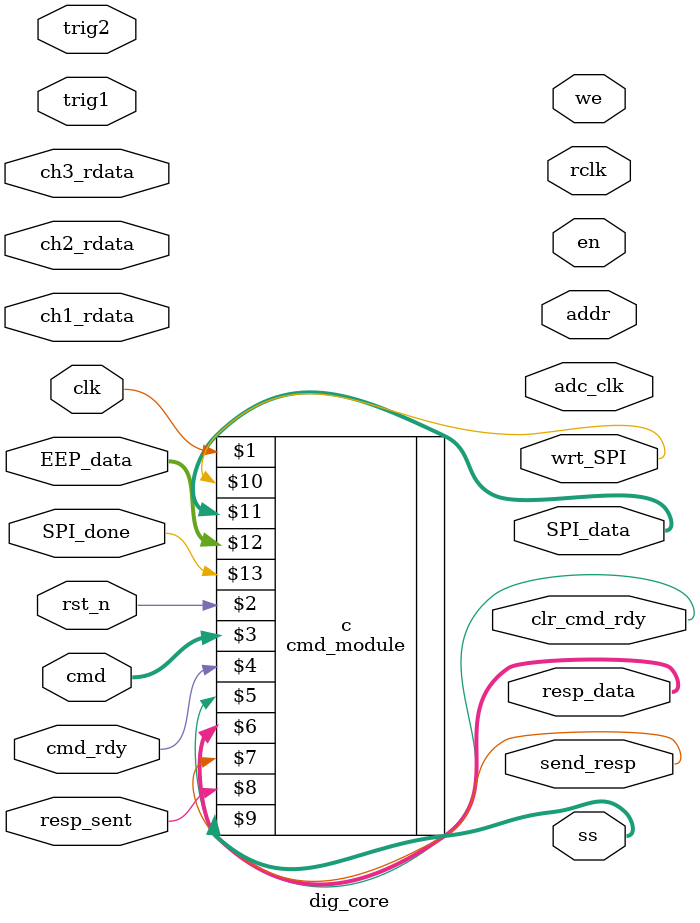
<source format=v>
module dig_core(clk,rst_n,adc_clk,trig1,trig2,SPI_data,wrt_SPI,SPI_done,ss,EEP_data,
                rclk,en,we,addr,ch1_rdata,ch2_rdata,ch3_rdata,cmd,cmd_rdy,clr_cmd_rdy,
				resp_data,send_resp,resp_sent);
				
  input clk,rst_n;								// clock and active low reset
  output adc_clk,rclk;							// 20MHz clocks to ADC and RAM
  input trig1,trig2;							// trigger inputs from AFE
  output [15:0] SPI_data;						// typically a config command to digital pots or EEPROM
  output wrt_SPI;								// control signal asserted for 1 clock to initiate SPI transaction
  output [2:0] ss;								// determines which Slave gets selected 000=>trig, 001-011=>chX_ss, 100=>EEP
  input SPI_done;								// asserted by SPI peripheral when finished transaction
  input [7:0] EEP_data;							// Formed from MISO from EEPROM.  only lower 8-bits needed from SPI periph
  output en,we;									// RAM block control signals (common to all 3 RAM blocks)
  output [8:0] addr;							// Address output to RAM blocks (common to all 3 RAM blocks)
  input [7:0] ch1_rdata,ch2_rdata,ch3_rdata;	// data inputs from RAM blocks
  input [23:0] cmd;								// 24-bit command from HOST
  input cmd_rdy;								// tell core command from HOST is valid
  output clr_cmd_rdy;
  output [7:0] resp_data;						// response byte to HOST
  output send_resp;								// control signal to UART comm block that initiates a response
  input resp_sent;								// input from UART comm block that indicates response finished sending
  
  //////////////////////////////////////////////////////////////////////////
  // Interconnects between modules...declare any wire types you need here//
  ////////////////////////////////////////////////////////////////////////

 
  ///////////////////////////////////////////////////////
  // Instantiate the blocks of your digital core next //
  /////////////////////////////////////////////////////
  cmd_module c(clk,
               rst_n,
               cmd,
               cmd_rdy,
               clr_cmd_rdy,
               resp_data,
               send_resp,
               resp_sent,
               ss,
               wrt_SPI,
               SPI_data,
               EEP_data,
               SPI_done);

endmodule

</source>
